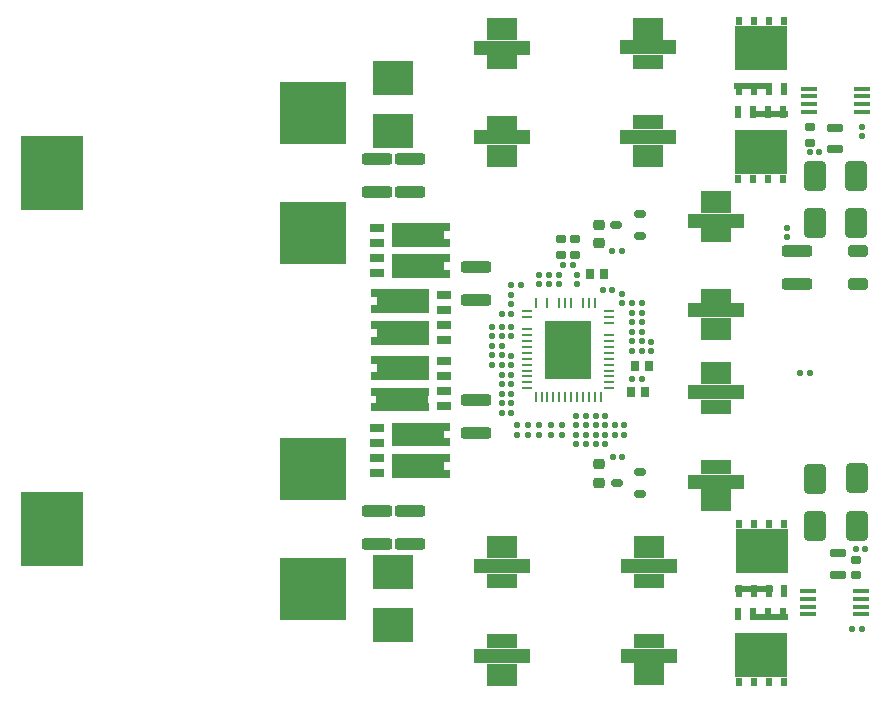
<source format=gbr>
%TF.GenerationSoftware,KiCad,Pcbnew,7.0.7*%
%TF.CreationDate,2024-04-03T12:27:14+02:00*%
%TF.ProjectId,SMPS_legged_robot_module,534d5053-5f6c-4656-9767-65645f726f62,1.0*%
%TF.SameCoordinates,Original*%
%TF.FileFunction,Paste,Top*%
%TF.FilePolarity,Positive*%
%FSLAX46Y46*%
G04 Gerber Fmt 4.6, Leading zero omitted, Abs format (unit mm)*
G04 Created by KiCad (PCBNEW 7.0.7) date 2024-04-03 12:27:14*
%MOMM*%
%LPD*%
G01*
G04 APERTURE LIST*
G04 Aperture macros list*
%AMRoundRect*
0 Rectangle with rounded corners*
0 $1 Rounding radius*
0 $2 $3 $4 $5 $6 $7 $8 $9 X,Y pos of 4 corners*
0 Add a 4 corners polygon primitive as box body*
4,1,4,$2,$3,$4,$5,$6,$7,$8,$9,$2,$3,0*
0 Add four circle primitives for the rounded corners*
1,1,$1+$1,$2,$3*
1,1,$1+$1,$4,$5*
1,1,$1+$1,$6,$7*
1,1,$1+$1,$8,$9*
0 Add four rect primitives between the rounded corners*
20,1,$1+$1,$2,$3,$4,$5,0*
20,1,$1+$1,$4,$5,$6,$7,0*
20,1,$1+$1,$6,$7,$8,$9,0*
20,1,$1+$1,$8,$9,$2,$3,0*%
G04 Aperture macros list end*
%ADD10RoundRect,0.130000X0.130000X0.130000X-0.130000X0.130000X-0.130000X-0.130000X0.130000X-0.130000X0*%
%ADD11RoundRect,0.137500X-0.137500X0.137500X-0.137500X-0.137500X0.137500X-0.137500X0.137500X0.137500X0*%
%ADD12RoundRect,0.150000X0.350000X0.150000X-0.350000X0.150000X-0.350000X-0.150000X0.350000X-0.150000X0*%
%ADD13RoundRect,0.137500X0.137500X0.137500X-0.137500X0.137500X-0.137500X-0.137500X0.137500X-0.137500X0*%
%ADD14RoundRect,0.218750X-0.256250X0.218750X-0.256250X-0.218750X0.256250X-0.218750X0.256250X0.218750X0*%
%ADD15RoundRect,0.218750X0.256250X-0.218750X0.256250X0.218750X-0.256250X0.218750X-0.256250X-0.218750X0*%
%ADD16R,4.410000X3.750000*%
%ADD17R,0.600000X0.800000*%
%ADD18R,0.500000X1.100000*%
%ADD19R,3.200000X0.600000*%
%ADD20R,1.425000X0.450000*%
%ADD21R,0.850000X0.280000*%
%ADD22R,0.280000X0.850000*%
%ADD23R,4.000000X5.000000*%
%ADD24RoundRect,0.137500X-0.137500X-0.137500X0.137500X-0.137500X0.137500X0.137500X-0.137500X0.137500X0*%
%ADD25RoundRect,0.187500X0.187500X0.262500X-0.187500X0.262500X-0.187500X-0.262500X0.187500X-0.262500X0*%
%ADD26RoundRect,0.162500X0.287500X-0.162500X0.287500X0.162500X-0.287500X0.162500X-0.287500X-0.162500X0*%
%ADD27RoundRect,0.162500X-0.287500X0.162500X-0.287500X-0.162500X0.287500X-0.162500X0.287500X0.162500X0*%
%ADD28RoundRect,0.250000X-0.650000X1.000000X-0.650000X-1.000000X0.650000X-1.000000X0.650000X1.000000X0*%
%ADD29RoundRect,0.250000X0.650000X-1.000000X0.650000X1.000000X-0.650000X1.000000X-0.650000X-1.000000X0*%
%ADD30R,2.500000X1.200000*%
%ADD31R,4.700000X1.300000*%
%ADD32R,2.500000X1.900000*%
%ADD33RoundRect,0.206521X0.643479X-0.268479X0.643479X0.268479X-0.643479X0.268479X-0.643479X-0.268479X0*%
%ADD34RoundRect,0.237500X1.062500X-0.237500X1.062500X0.237500X-1.062500X0.237500X-1.062500X-0.237500X0*%
%ADD35RoundRect,0.130000X-0.130000X0.130000X-0.130000X-0.130000X0.130000X-0.130000X0.130000X0.130000X0*%
%ADD36RoundRect,0.130000X-0.130000X-0.130000X0.130000X-0.130000X0.130000X0.130000X-0.130000X0.130000X0*%
%ADD37RoundRect,0.137500X0.137500X-0.137500X0.137500X0.137500X-0.137500X0.137500X-0.137500X-0.137500X0*%
%ADD38RoundRect,0.237500X-1.062500X0.237500X-1.062500X-0.237500X1.062500X-0.237500X1.062500X0.237500X0*%
%ADD39R,5.590000X5.330000*%
%ADD40R,5.280000X6.350000*%
%ADD41R,3.460000X2.900000*%
%ADD42RoundRect,0.130000X0.130000X-0.130000X0.130000X0.130000X-0.130000X0.130000X-0.130000X-0.130000X0*%
%ADD43R,4.975001X0.699998*%
%ADD44R,4.499998X0.635006*%
%ADD45R,4.975001X0.699992*%
%ADD46R,1.200000X0.650001*%
%ADD47RoundRect,0.187500X0.462500X-0.187500X0.462500X0.187500X-0.462500X0.187500X-0.462500X-0.187500X0*%
%ADD48RoundRect,0.187500X-0.462500X0.187500X-0.462500X-0.187500X0.462500X-0.187500X0.462500X0.187500X0*%
G04 APERTURE END LIST*
D10*
%TO.C,C603*%
X183375000Y-101750000D03*
X182575000Y-101750000D03*
%TD*%
%TO.C,C401*%
X178940000Y-80020000D03*
X178140000Y-80020000D03*
%TD*%
D11*
%TO.C,R738*%
X163080000Y-73350000D03*
X163080000Y-74150000D03*
%TD*%
D12*
%TO.C,Q708*%
X164575000Y-68475000D03*
X164575000Y-66575000D03*
X162575000Y-67525000D03*
%TD*%
D13*
%TO.C,R737*%
X163050000Y-69700000D03*
X162250000Y-69700000D03*
%TD*%
%TO.C,R736*%
X163075000Y-87200000D03*
X162275000Y-87200000D03*
%TD*%
D12*
%TO.C,Q707*%
X164600000Y-90325000D03*
X164600000Y-88425000D03*
X162600000Y-89375000D03*
%TD*%
D14*
%TO.C,D702*%
X161075000Y-67512500D03*
X161075000Y-69087500D03*
%TD*%
D15*
%TO.C,D701*%
X161075000Y-89337500D03*
X161075000Y-87762500D03*
%TD*%
D16*
%TO.C,Q604*%
X174845000Y-103906700D03*
D17*
X176750000Y-106181700D03*
X175480000Y-106181700D03*
X174210000Y-106181700D03*
X172940000Y-106181700D03*
D18*
X172915000Y-100481700D03*
X176725000Y-100481700D03*
X175455000Y-100481700D03*
X174185000Y-100481700D03*
D19*
X175535000Y-100731700D03*
%TD*%
D16*
%TO.C,Q603*%
X174885000Y-95133300D03*
D17*
X172980000Y-92858300D03*
X174250000Y-92858300D03*
X175520000Y-92858300D03*
X176790000Y-92858300D03*
D18*
X176815000Y-98558300D03*
X173005000Y-98558300D03*
X174275000Y-98558300D03*
X175545000Y-98558300D03*
D19*
X174195000Y-98308300D03*
%TD*%
D16*
%TO.C,Q602*%
X174865000Y-52566700D03*
D17*
X172960000Y-50291700D03*
X174230000Y-50291700D03*
X175500000Y-50291700D03*
X176770000Y-50291700D03*
D18*
X176795000Y-55991700D03*
X172985000Y-55991700D03*
X174255000Y-55991700D03*
X175525000Y-55991700D03*
D19*
X174175000Y-55741700D03*
%TD*%
D16*
%TO.C,Q601*%
X174825000Y-61346700D03*
D17*
X176730000Y-63621700D03*
X175460000Y-63621700D03*
X174190000Y-63621700D03*
X172920000Y-63621700D03*
D18*
X172895000Y-57921700D03*
X176705000Y-57921700D03*
X175435000Y-57921700D03*
X174165000Y-57921700D03*
D19*
X175515000Y-58171700D03*
%TD*%
D20*
%TO.C,IC601*%
X178918000Y-55985000D03*
X178918000Y-56635000D03*
X178918000Y-57285000D03*
X178918000Y-57935000D03*
X183342000Y-57935000D03*
X183342000Y-57285000D03*
X183342000Y-56635000D03*
X183342000Y-55985000D03*
%TD*%
%TO.C,IC602*%
X178838000Y-98537300D03*
X178838000Y-99187300D03*
X178838000Y-99837300D03*
X178838000Y-100487300D03*
X183262000Y-100487300D03*
X183262000Y-99837300D03*
X183262000Y-99187300D03*
X183262000Y-98537300D03*
%TD*%
D21*
%TO.C,IC701*%
X155050000Y-74850000D03*
X155050000Y-75350000D03*
X155050000Y-76350000D03*
X155050000Y-76850000D03*
X155050000Y-77350000D03*
X155050000Y-77850000D03*
X155050000Y-78350000D03*
X155050000Y-78850000D03*
X155050000Y-79350000D03*
X155050000Y-79850000D03*
X155050000Y-80350000D03*
X155050000Y-80850000D03*
X155050000Y-81350000D03*
D22*
X155750000Y-82050000D03*
X156250000Y-82050000D03*
X156750000Y-82050000D03*
X157250000Y-82050000D03*
X157750000Y-82050000D03*
X158250000Y-82050000D03*
X158750000Y-82050000D03*
X159250000Y-82050000D03*
X159750000Y-82050000D03*
X160250000Y-82050000D03*
X160750000Y-82050000D03*
X161250000Y-82050000D03*
D21*
X161950000Y-81350000D03*
X161950000Y-80850000D03*
X161950000Y-80350000D03*
X161950000Y-79850000D03*
X161950000Y-79350000D03*
X161950000Y-78850000D03*
X161950000Y-78350000D03*
X161950000Y-77850000D03*
X161950000Y-77350000D03*
X161950000Y-76850000D03*
X161950000Y-75850000D03*
X161950000Y-75350000D03*
X161950000Y-74850000D03*
D22*
X160750000Y-74150000D03*
X160250000Y-74150000D03*
X159750000Y-74150000D03*
X158750000Y-74150000D03*
X158250000Y-74150000D03*
X157750000Y-74150000D03*
X156750000Y-74150000D03*
X155750000Y-74150000D03*
D23*
X158500000Y-78100000D03*
%TD*%
D11*
%TO.C,R732*%
X156020000Y-71720000D03*
X156020000Y-72520000D03*
%TD*%
D24*
%TO.C,R739*%
X153680000Y-72610000D03*
X154480000Y-72610000D03*
%TD*%
D13*
%TO.C,R735*%
X164740000Y-74940000D03*
X163940000Y-74940000D03*
%TD*%
%TO.C,R734*%
X161450000Y-73000000D03*
X162250000Y-73000000D03*
%TD*%
D24*
%TO.C,R733*%
X152870000Y-75040000D03*
X153670000Y-75040000D03*
%TD*%
D25*
%TO.C,C726*%
X165000000Y-81650000D03*
X163800000Y-81650000D03*
%TD*%
%TO.C,C716*%
X165360000Y-79490000D03*
X164160000Y-79490000D03*
%TD*%
D11*
%TO.C,R901*%
X177050000Y-67750000D03*
X177050000Y-68550000D03*
%TD*%
D26*
%TO.C,R604*%
X182880000Y-97150000D03*
X182880000Y-95850000D03*
%TD*%
D27*
%TO.C,R602*%
X178950000Y-59250000D03*
X178950000Y-60550000D03*
%TD*%
D28*
%TO.C,D606*%
X182960000Y-88990000D03*
X182960000Y-92990000D03*
%TD*%
%TO.C,D605*%
X179400000Y-89000000D03*
X179400000Y-93000000D03*
%TD*%
D29*
%TO.C,D604*%
X182890000Y-67390000D03*
X182890000Y-63390000D03*
%TD*%
%TO.C,D603*%
X179390000Y-67390000D03*
X179390000Y-63390000D03*
%TD*%
D30*
%TO.C,C905*%
X171050000Y-82900000D03*
D31*
X171050000Y-81650000D03*
D32*
X171050000Y-80050000D03*
X171050000Y-90850000D03*
D31*
X171050000Y-89250000D03*
D30*
X171050000Y-88000000D03*
%TD*%
%TO.C,C904*%
X171000000Y-73500000D03*
D31*
X171000000Y-74750000D03*
D32*
X171000000Y-76350000D03*
X171000000Y-65550000D03*
D31*
X171000000Y-67150000D03*
D30*
X171000000Y-68400000D03*
%TD*%
D33*
%TO.C,C902*%
X183050000Y-72550000D03*
X183050000Y-69750000D03*
%TD*%
D34*
%TO.C,C901*%
X177900000Y-72550000D03*
X177900000Y-69750000D03*
%TD*%
D10*
%TO.C,C604*%
X183650000Y-94920000D03*
X182850000Y-94920000D03*
%TD*%
%TO.C,C602*%
X179750000Y-61360000D03*
X178950000Y-61360000D03*
%TD*%
D35*
%TO.C,C601*%
X183350000Y-59200000D03*
X183350000Y-60000000D03*
%TD*%
D11*
%TO.C,R712*%
X161630000Y-85290000D03*
X161630000Y-86090000D03*
%TD*%
D36*
%TO.C,C709*%
X152880000Y-81000000D03*
X153680000Y-81000000D03*
%TD*%
D11*
%TO.C,R705*%
X157010000Y-85290000D03*
X157010000Y-84490000D03*
%TD*%
D37*
%TO.C,R718*%
X160820000Y-86090000D03*
X160820000Y-85290000D03*
%TD*%
D11*
%TO.C,R704*%
X157950000Y-85290000D03*
X157950000Y-84490000D03*
%TD*%
D38*
%TO.C,C706*%
X145140000Y-61961000D03*
X145140000Y-64761000D03*
%TD*%
D39*
%TO.C,L702*%
X136910000Y-98315000D03*
X136910000Y-88165000D03*
D40*
X114835000Y-93240000D03*
%TD*%
D37*
%TO.C,R714*%
X159205000Y-84475000D03*
X159205000Y-83675000D03*
%TD*%
D30*
%TO.C,C730*%
X152870000Y-97640000D03*
D31*
X152870000Y-96390000D03*
D32*
X152870000Y-94790000D03*
X152870000Y-105590000D03*
D31*
X152870000Y-103990000D03*
D30*
X152870000Y-102740000D03*
%TD*%
D24*
%TO.C,R706*%
X163940000Y-80570000D03*
X164740000Y-80570000D03*
%TD*%
D41*
%TO.C,R717*%
X143700000Y-55119000D03*
X143700000Y-59581000D03*
%TD*%
D11*
%TO.C,R715*%
X159200000Y-85290000D03*
X159200000Y-86090000D03*
%TD*%
D42*
%TO.C,C711*%
X165500000Y-78200000D03*
X165500000Y-77400000D03*
%TD*%
D13*
%TO.C,R701*%
X153680000Y-81810000D03*
X152880000Y-81810000D03*
%TD*%
D38*
%TO.C,C707*%
X142280000Y-61961000D03*
X142280000Y-64761000D03*
%TD*%
D13*
%TO.C,R711*%
X153680000Y-83430000D03*
X152880000Y-83430000D03*
%TD*%
D43*
%TO.C,Q701*%
X146062500Y-67689999D03*
D44*
X145824999Y-68357503D03*
D45*
X146062500Y-69025002D03*
D43*
X146050001Y-70354996D03*
D44*
X145812500Y-71022500D03*
D45*
X146050001Y-71689999D03*
D46*
X142325000Y-69054999D03*
X142325000Y-71594999D03*
X142325000Y-67784999D03*
X142325000Y-70324999D03*
%TD*%
D13*
%TO.C,R730*%
X152870000Y-78570000D03*
X152070000Y-78570000D03*
%TD*%
D24*
%TO.C,R702*%
X163940000Y-76580000D03*
X164740000Y-76580000D03*
%TD*%
D43*
%TO.C,Q706*%
X144231001Y-82975000D03*
D44*
X144468502Y-82307496D03*
D45*
X144231001Y-81639997D03*
D43*
X144243500Y-80310003D03*
D44*
X144481001Y-79642499D03*
D45*
X144243500Y-78975000D03*
D46*
X147968501Y-81610000D03*
X147968501Y-79070000D03*
X147968501Y-82880000D03*
X147968501Y-80340000D03*
%TD*%
D35*
%TO.C,C725*%
X153680000Y-78580000D03*
X153680000Y-79380000D03*
%TD*%
D24*
%TO.C,R703*%
X163940000Y-77390000D03*
X164740000Y-77390000D03*
%TD*%
D34*
%TO.C,C732*%
X142280000Y-94530000D03*
X142280000Y-91730000D03*
%TD*%
D38*
%TO.C,C714*%
X150720000Y-71110000D03*
X150720000Y-73910000D03*
%TD*%
D35*
%TO.C,C703*%
X153680000Y-76160000D03*
X153680000Y-76960000D03*
%TD*%
D13*
%TO.C,R722*%
X163250000Y-84465000D03*
X162450000Y-84465000D03*
%TD*%
D27*
%TO.C,R728*%
X159070000Y-68730000D03*
X159070000Y-70030000D03*
%TD*%
D36*
%TO.C,C710*%
X152880000Y-80190000D03*
X153680000Y-80190000D03*
%TD*%
D47*
%TO.C,R601*%
X181130000Y-61110000D03*
X181130000Y-59310000D03*
%TD*%
D37*
%TO.C,R713*%
X161640000Y-84480000D03*
X161640000Y-83680000D03*
%TD*%
D24*
%TO.C,R716*%
X162450000Y-85275000D03*
X163250000Y-85275000D03*
%TD*%
D48*
%TO.C,R603*%
X181350000Y-95340000D03*
X181350000Y-97140000D03*
%TD*%
D35*
%TO.C,C723*%
X159270000Y-71720000D03*
X159270000Y-72520000D03*
%TD*%
D34*
%TO.C,C701*%
X150720000Y-85180000D03*
X150720000Y-82380000D03*
%TD*%
D36*
%TO.C,C708*%
X152070000Y-77770000D03*
X152870000Y-77770000D03*
%TD*%
D25*
%TO.C,C607*%
X160350000Y-71700000D03*
X161550000Y-71700000D03*
%TD*%
D36*
%TO.C,C720*%
X158090000Y-70910000D03*
X158890000Y-70910000D03*
%TD*%
D39*
%TO.C,L701*%
X136910000Y-68235000D03*
X136910000Y-58085000D03*
D40*
X114835000Y-63160000D03*
%TD*%
D35*
%TO.C,C722*%
X157710000Y-71720000D03*
X157710000Y-72520000D03*
%TD*%
D30*
%TO.C,C704*%
X152870000Y-53760000D03*
D31*
X152870000Y-52510000D03*
D32*
X152870000Y-50910000D03*
X152870000Y-61710000D03*
D31*
X152870000Y-60110000D03*
D30*
X152870000Y-58860000D03*
%TD*%
%TO.C,C729*%
X165330000Y-97630000D03*
D31*
X165330000Y-96380000D03*
D32*
X165330000Y-94780000D03*
X165330000Y-105580000D03*
D31*
X165330000Y-103980000D03*
D30*
X165330000Y-102730000D03*
%TD*%
D11*
%TO.C,R719*%
X160820000Y-83680000D03*
X160820000Y-84480000D03*
%TD*%
D43*
%TO.C,Q705*%
X146062500Y-84589999D03*
D44*
X145824999Y-85257503D03*
D45*
X146062500Y-85925002D03*
D43*
X146050001Y-87254996D03*
D44*
X145812500Y-87922500D03*
D45*
X146050001Y-88589999D03*
D46*
X142325000Y-85954999D03*
X142325000Y-88494999D03*
X142325000Y-84684999D03*
X142325000Y-87224999D03*
%TD*%
D30*
%TO.C,C705*%
X165290000Y-58850000D03*
D31*
X165290000Y-60100000D03*
D32*
X165290000Y-61700000D03*
X165290000Y-50900000D03*
D31*
X165290000Y-52500000D03*
D30*
X165290000Y-53750000D03*
%TD*%
D37*
%TO.C,R726*%
X156850000Y-72520000D03*
X156850000Y-71720000D03*
%TD*%
D35*
%TO.C,C702*%
X153680000Y-73430000D03*
X153680000Y-74230000D03*
%TD*%
D13*
%TO.C,R710*%
X153680000Y-82620000D03*
X152880000Y-82620000D03*
%TD*%
D10*
%TO.C,C712*%
X164740000Y-78200000D03*
X163940000Y-78200000D03*
%TD*%
D34*
%TO.C,C731*%
X145140000Y-94530000D03*
X145140000Y-91730000D03*
%TD*%
D36*
%TO.C,C715*%
X164740000Y-74150000D03*
X163940000Y-74150000D03*
%TD*%
D11*
%TO.C,R709*%
X154190000Y-85280000D03*
X154190000Y-84480000D03*
%TD*%
D43*
%TO.C,Q702*%
X144247502Y-77319999D03*
D44*
X144485003Y-76652495D03*
D45*
X144247502Y-75984996D03*
D43*
X144260001Y-74655002D03*
D44*
X144497502Y-73987498D03*
D45*
X144260001Y-73319999D03*
D46*
X147985002Y-75954999D03*
X147985002Y-73414999D03*
X147985002Y-77224999D03*
X147985002Y-74684999D03*
%TD*%
D13*
%TO.C,R723*%
X152870000Y-76160000D03*
X152070000Y-76160000D03*
%TD*%
D41*
%TO.C,R729*%
X143710000Y-101391000D03*
X143710000Y-96929000D03*
%TD*%
D27*
%TO.C,R727*%
X157880000Y-68730000D03*
X157880000Y-70030000D03*
%TD*%
D37*
%TO.C,R721*%
X160010000Y-86090000D03*
X160010000Y-85290000D03*
%TD*%
D13*
%TO.C,R731*%
X152870000Y-79380000D03*
X152070000Y-79380000D03*
%TD*%
D10*
%TO.C,C713*%
X164740000Y-75770000D03*
X163940000Y-75770000D03*
%TD*%
D13*
%TO.C,R724*%
X152870000Y-76960000D03*
X152070000Y-76960000D03*
%TD*%
D11*
%TO.C,R707*%
X156070000Y-85290000D03*
X156070000Y-84490000D03*
%TD*%
%TO.C,R720*%
X160015000Y-83675000D03*
X160015000Y-84475000D03*
%TD*%
%TO.C,R708*%
X155130000Y-85280000D03*
X155130000Y-84480000D03*
%TD*%
M02*

</source>
